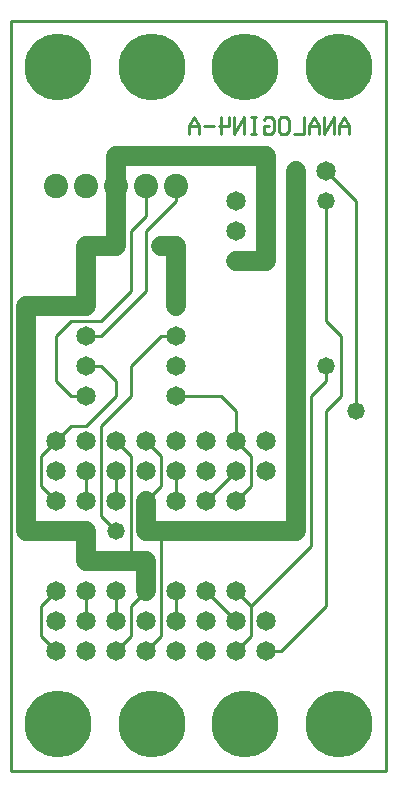
<source format=gbl>
%MOIN*%
%FSLAX25Y25*%
G04 D10 used for Character Trace; *
G04     Circle (OD=.01000) (No hole)*
G04 D11 used for Power Trace; *
G04     Circle (OD=.06700) (No hole)*
G04 D12 used for Signal Trace; *
G04     Circle (OD=.01100) (No hole)*
G04 D13 used for Via; *
G04     Circle (OD=.05800) (Round. Hole ID=.02800)*
G04 D14 used for Component hole; *
G04     Circle (OD=.06500) (Round. Hole ID=.03500)*
G04 D15 used for Component hole; *
G04     Circle (OD=.06700) (Round. Hole ID=.04300)*
G04 D16 used for Component hole; *
G04     Circle (OD=.08100) (Round. Hole ID=.05100)*
G04 D17 used for Component hole; *
G04     Circle (OD=.08900) (Round. Hole ID=.05900)*
G04 D18 used for Component hole; *
G04     Circle (OD=.11300) (Round. Hole ID=.08300)*
G04 D19 used for Component hole; *
G04     Circle (OD=.16000) (Round. Hole ID=.13000)*
G04 D20 used for Component hole; *
G04     Circle (OD=.18300) (Round. Hole ID=.15300)*
G04 D21 used for Component hole; *
G04     Circle (OD=.22291) (Round. Hole ID=.19291)*
%ADD10C,.01000*%
%ADD11C,.06700*%
%ADD12C,.01100*%
%ADD13C,.05800*%
%ADD14C,.06500*%
%ADD15C,.06700*%
%ADD16C,.08100*%
%ADD17C,.08900*%
%ADD18C,.11300*%
%ADD19C,.16000*%
%ADD20C,.18300*%
%ADD21C,.22291*%
%IPPOS*%
%LPD*%
G90*X0Y0D02*D21*X15625Y15625D03*D14*              
X35000Y40000D03*D12*X40000Y45000D01*Y55000D01*    
X45000Y60000D01*D14*D03*D11*Y70000D01*X40000D01*  
X25000D01*Y80000D01*X5000D01*Y155000D01*X25000D01*
D14*D03*D11*Y175000D01*X30000D01*D14*D03*D11*     
X35000D01*Y195000D01*D16*D03*D11*Y205000D01*      
X85000D01*Y200000D01*D14*D03*D11*Y170000D01*      
X75000D01*D14*D03*Y180000D03*D12*X45000D02*       
X55000Y190000D01*X45000Y160000D02*Y180000D01*     
X30000Y145000D02*X45000Y160000D01*                
X25000Y145000D02*X30000D01*D14*X25000D03*D12*     
X20000Y150000D02*X30000D01*X15000Y145000D02*      
X20000Y150000D01*X15000Y130000D02*Y145000D01*     
X20000Y125000D02*X15000Y130000D01*                
X20000Y125000D02*X25000D01*D14*D03*D12*           
X35000Y130000D02*X30000Y135000D01*                
X35000Y125000D02*Y130000D01*X25000Y115000D02*     
X35000Y125000D01*X20000Y115000D02*X25000D01*      
X15000Y110000D02*X20000Y115000D01*D14*            
X15000Y110000D03*D12*X10000Y105000D01*Y95000D01*  
X15000Y90000D01*D14*D03*X25000Y100000D03*D12*     
Y90000D01*D14*D03*D12*X35000Y80000D02*            
X30000Y85000D01*D13*X35000Y80000D03*D12*          
X30000Y85000D02*Y115000D01*X40000Y125000D01*      
Y135000D01*X50000Y145000D01*X55000D01*D14*D03*    
Y155000D03*D11*Y175000D01*X50000D01*D14*D03*D12*  
X40000Y160000D02*Y180000D01*X30000Y150000D02*     
X40000Y160000D01*D14*X25000Y135000D03*D12*        
X30000D01*D14*X55000Y110000D03*Y125000D03*D12*    
X70000D01*X75000Y120000D01*Y110000D01*D14*D03*D12*
X80000Y105000D01*Y95000D01*X75000Y90000D01*D14*   
D03*X85000Y100000D03*X65000D03*X75000D03*D12*     
X65000Y90000D01*D14*D03*X55000Y100000D03*D12*     
Y90000D01*D14*D03*D12*X45000D02*X50000Y95000D01*  
D14*X45000Y90000D03*D11*Y80000D01*X50000D01*D12*  
Y45000D01*X45000Y40000D01*D14*D03*X55000Y50000D03*
D12*Y60000D01*D14*D03*X65000Y50000D03*X45000D03*  
X65000Y60000D03*D12*X75000Y50000D01*D14*D03*D12*  
Y40000D02*X80000Y45000D01*D14*X75000Y40000D03*D12*
X80000Y45000D02*Y55000D01*X100000Y75000D01*       
Y125000D01*X105000Y130000D01*Y135000D01*D13*D03*  
D12*X110000Y125000D02*Y145000D01*                 
X105000Y120000D02*X110000Y125000D01*              
X105000Y55000D02*Y120000D01*X90000Y40000D02*      
X105000Y55000D01*X85000Y40000D02*X90000D01*D14*   
X85000D03*Y50000D03*D12*X80000Y55000D02*          
X75000Y60000D01*D14*D03*D11*X50000Y80000D02*      
X95000D01*D12*X40000Y70000D02*Y105000D01*         
X35000Y110000D01*D14*D03*X45000Y100000D03*        
Y110000D03*D12*X50000Y105000D01*Y95000D01*D14*    
X65000Y110000D03*X35000Y100000D03*D12*Y90000D01*  
D14*D03*X15000Y100000D03*X25000Y110000D03*        
X15000Y60000D03*D12*X10000Y55000D01*Y45000D01*    
X15000Y40000D01*D14*D03*X25000Y50000D03*D12*      
Y60000D01*D14*D03*X35000Y50000D03*D12*Y60000D01*  
D14*D03*X55000Y40000D03*X25000D03*X15000Y50000D03*
X65000Y40000D03*D21*X78125Y15625D03*X46875D03*D14*
X85000Y110000D03*D12*X0Y0D02*X125000D01*          
Y250000D01*X0D01*Y0D01*D11*X95000Y80000D02*       
Y180000D01*D13*D03*D11*Y200000D01*D14*D03*D13*    
X105000Y190000D03*D12*Y150000D01*                 
X110000Y145000D01*D13*X115000Y120000D03*D12*      
Y190000D01*X105000Y200000D01*D14*D03*             
X75000Y190000D03*D21*X109375Y234375D03*X78125D03* 
D10*X112511Y212129D02*Y215000D01*                 
X110837Y217871D01*X109163Y215000D01*Y212129D01*   
X112511Y215000D02*X109163D01*X107511Y212129D02*   
Y217871D01*X104163Y212129D01*Y217871D01*          
X102511Y212129D02*Y215000D01*X100837Y217871D01*   
X99163Y215000D01*Y212129D01*X102511Y215000D02*    
X99163D01*X97511Y217871D02*Y212129D01*X94163D01*  
X89163Y213086D02*X90000Y212129D01*X91674D01*      
X92511Y213086D01*Y216914D01*X91674Y217871D01*     
X90000D01*X89163Y216914D01*Y213086D01*X84163D02*  
X85000Y212129D01*X86674D01*X87511Y213086D01*      
Y216914D01*X86674Y217871D01*X85000D01*            
X84163Y216914D01*X85837Y215000D02*X84163D01*      
Y212129D01*X80837D02*Y217871D01*X81674Y212129D02* 
X80000D01*X81674Y217871D02*X80000D01*             
X77511Y212129D02*Y217871D01*X74163Y212129D01*     
Y217871D01*X70000D02*Y212129D01*X72511Y217871D02* 
Y215000D01*X69163D01*X67511D02*X64163D01*         
X62511Y212129D02*Y215000D01*X60837Y217871D01*     
X59163Y215000D01*Y212129D01*X62511Y215000D02*     
X59163D01*D16*X55000Y195000D03*D12*Y190000D01*D16*
X45000Y195000D03*D12*Y185000D01*X40000Y180000D01* 
D16*X25000Y195000D03*X15000D03*D14*               
X55000Y135000D03*D21*X46875Y234375D03*X15625D03*  
X109375Y15625D03*M02*                             

</source>
